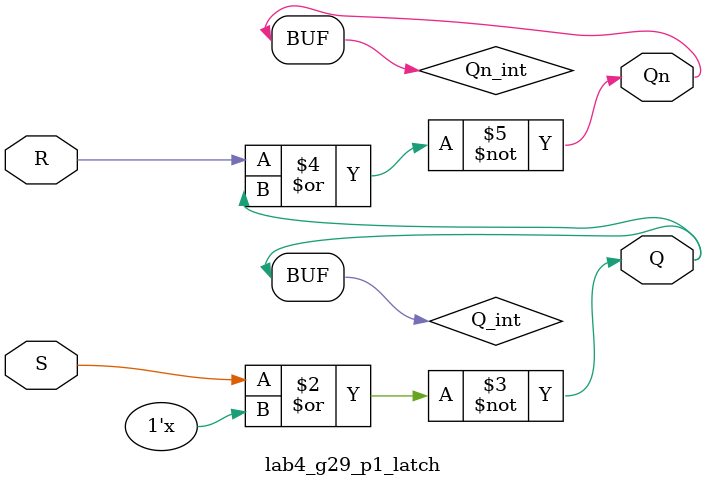
<source format=sv>
module lab4_g29_p1_latch (
    input logic S,   // Set girişi
    input logic R,   // Reset girişi
    output logic Q,  // Çıkış
    output logic Qn  // Q'nun komplemanı
);

    logic Q_int, Qn_int;

    assign Q = Q_int;
    assign Qn = Qn_int;

    always_comb begin
        Q_int = ~(S | Qn_int); // NOR(S, Q')
        Qn_int = ~(R | Q_int); // NOR(R, Q)
    end

endmodule

</source>
